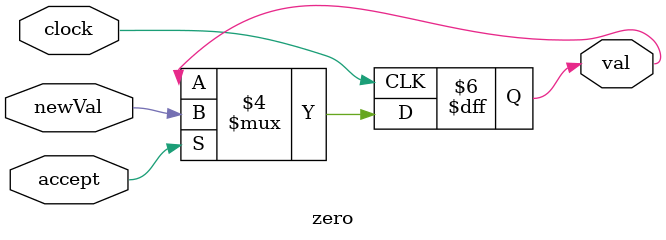
<source format=v>
module zero ( //Zero reg output from the main ALU
    input newVal,
    input accept,
    output reg val,
    input clock
);

always @(negedge clock)
    begin
        if (accept == 1)
            val <= newVal;
        else
            val <= val;
    end
endmodule

</source>
